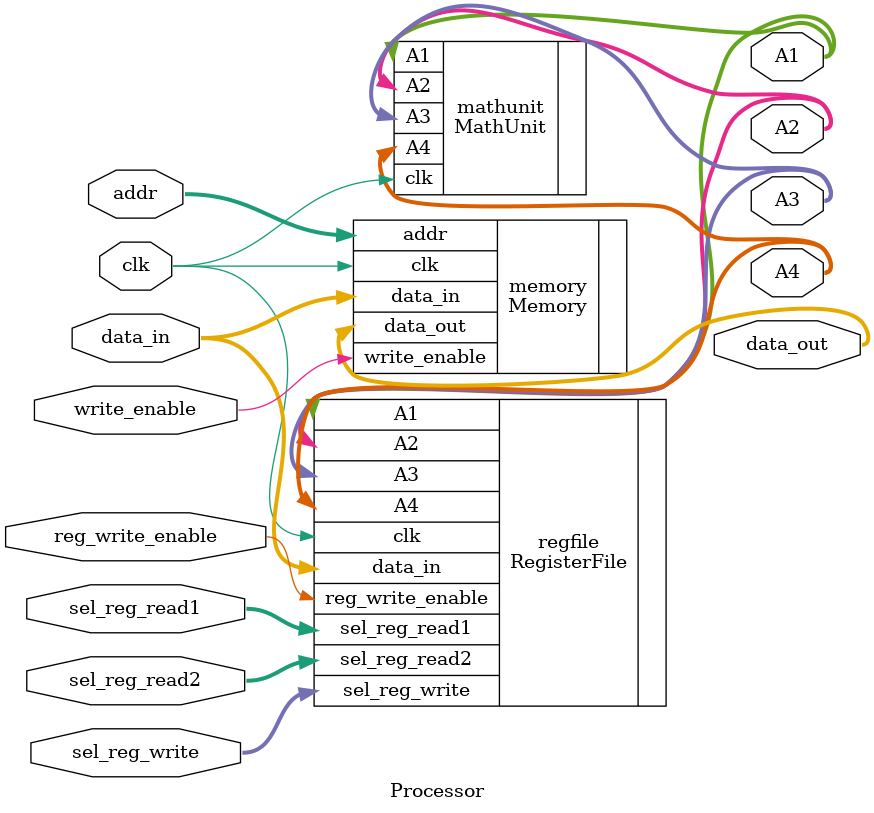
<source format=v>
module Processor (
    input clk,
    input [8:0] addr,
    input [31:0] data_in,
    input write_enable,
    input reg_write_enable,
    input [2:0] sel_reg_write,
    input [2:0] sel_reg_read1,
    input [2:0] sel_reg_read2,
    output reg [511:0] A1,
    output reg [511:0] A2,
    output reg [511:0] A3,
    output reg [511:0] A4,
    output reg [31:0] data_out
);

// Instantiate modules
RegisterFile regfile (
    .clk(clk),
    .sel_reg_write(sel_reg_write),
    .sel_reg_read1(sel_reg_read1),
    .sel_reg_read2(sel_reg_read2),
    .data_in(data_in),
    .reg_write_enable(reg_write_enable),
    .A1(A1),
    .A2(A2),
    .A3(A3),
    .A4(A4)
);

MathUnit mathunit (
    .clk(clk),
    .A1(A1),
    .A2(A2),
    .A3(A3),
    .A4(A4)
);

Memory memory (
    .clk(clk),
    .addr(addr),
    .data_in(data_in),
    .write_enable(write_enable),
    .data_out(data_out)
);

endmodule


</source>
